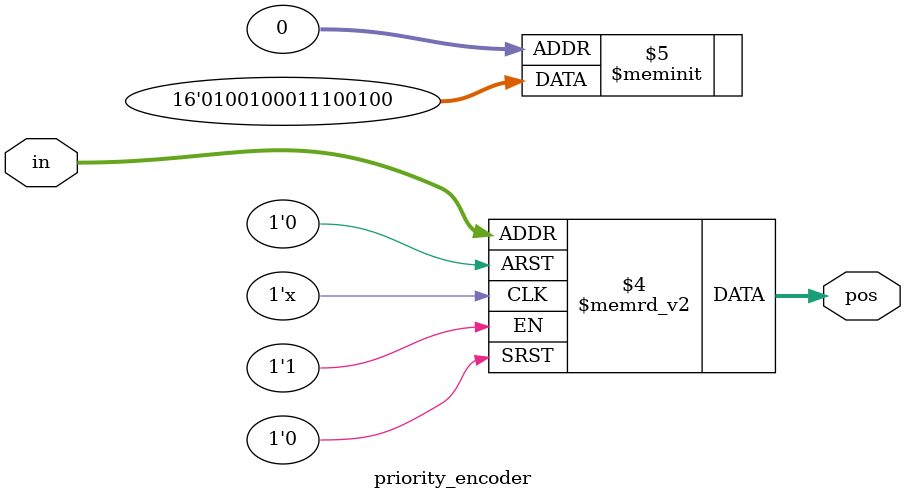
<source format=v>
module priority_encoder( 
input [2:0] in,
output reg [1:0] pos ); 
// When sel=1, assign b to out
// Priority encoder can be seen as a 3-to-8 decoder
always @(*)
case(in) // case(sel) is a synplify alternative to the procedural case
3'b000: pos=2'b00;
3'b001: pos=2'b01;
3'b010: pos=2'b10;
3'b011: pos=2'b11;
3'b100: pos=2'b00;
3'b101: pos=2'b10;
3'b110: pos=2'b00;
3'b111: pos=2'b01; // default case is never reached
endcase
endmodule

</source>
